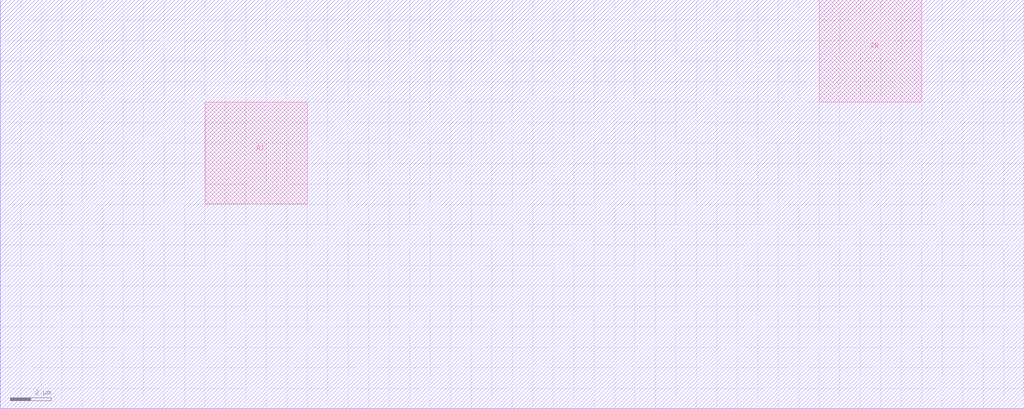
<source format=lef>
VERSION 5.4 ;
NAMESCASESENSITIVE ON ;
BUSBITCHARS "[]" ;
DIVIDERCHAR "/" ;

UNITS
  DATABASE MICRONS 1000 ;
END UNITS
MANUFACTURINGGRID 0.1 ;

LAYER M1
  TYPE ROUTING ;
  DIRECTION HORIZONTAL ;
  PITCH 0.2 ;
  WIDTH 0.1 ;
  OFFSET 0.1 ;
  AREA 0.042 ;
END M1

LAYER M2
  TYPE ROUTING ;
  DIRECTION VERTICAL ;
  PITCH 0.2 ;
  WIDTH 0.1 ;
  OFFSET 0.1 ;
  AREA 0.052 ;
END M2

SITE site1
  CLASS CORE ;
  SIZE 50 BY 20 ;
END site1

MACRO BUF_X1
 SIZE 50 BY 20 ;
 PIN Z DIRECTION OUTPUT ; END Z
 PIN A DIRECTION INPUT ; END A
 PIN VDD DIRECTION INOUT ; USE POWER ; END VDD
 PIN VSS DIRECTION INOUT ; USE GROUND ; END VSS
END BUF_X1

MACRO BUF_X2
 SIZE 50 BY 20 ;
 PIN Z DIRECTION OUTPUT ; END Z
 PIN A DIRECTION INPUT ; END A
 PIN VDD DIRECTION INOUT ; USE POWER ; END VDD
 PIN VSS DIRECTION INOUT ; USE GROUND ; END VSS
END BUF_X2

MACRO INV_X1
 SIZE 50 BY 20 ;
 PIN ZN DIRECTION OUTPUT ;
    DIRECTION OUTPUT ;
    PORT
        LAYER M1 ;
            RECT 40 15 45 20 ;
    END
 END ZN
 PIN A DIRECTION INPUT ;
    DIRECTION INPUT ;
    PORT
        LAYER M1 ;
            RECT 5 5 10 10 ;
    END
 END A
 PIN VDD DIRECTION INOUT ; USE POWER ; END VDD
 PIN VSS DIRECTION INOUT ; USE GROUND ; END VSS
END INV_X1

MACRO AND2_X1
 SIZE 50 BY 20 ;
 PIN ZN DIRECTION OUTPUT ;
     PORT
         LAYER M1 ;
             RECT 40 15 45 20 ;
     END
 END ZN
 PIN A1
    DIRECTION INPUT ;
    PORT
        LAYER M1 ;
            RECT 10 10 15 15 ;
    END
 END A1
 PIN A2 DIRECTION INPUT ; END A2
 PIN VDD DIRECTION INOUT ; USE POWER ; END VDD
 PIN VSS DIRECTION INOUT ; USE GROUND ; END VSS
END AND2_X1

MACRO NOR2_X1
 SIZE 50 BY 20 ;
 PIN ZN DIRECTION OUTPUT ; END ZN
 PIN A1 DIRECTION INPUT ; END A1
 PIN A2 DIRECTION INPUT ; END A2
 PIN VDD DIRECTION INOUT ; USE POWER ; END VDD
 PIN VSS DIRECTION INOUT ; USE GROUND ; END VSS
END NOR2_X1

MACRO DFF_X1
 SIZE 50 BY 20 ;
 PIN Q DIRECTION OUTPUT ;
      PORT
          LAYER M1 ;
              RECT 40 10 45 15 ;
      END
 END Q
 PIN D DIRECTION INPUT ;
     DIRECTION INPUT ;
     PORT
         LAYER M1 ;
             RECT 10 10 15 15 ;
     END
 END D
 PIN CK DIRECTION INPUT ;
     DIRECTION INPUT ;
     PORT
         LAYER M1 ;
             RECT 23 0 25 5 ;
     END
 END CK
 PIN VDD DIRECTION INOUT ; USE POWER ; END VDD
 PIN VSS DIRECTION INOUT ; USE GROUND ; END VSS
END DFF_X1

END LIBRARY

</source>
